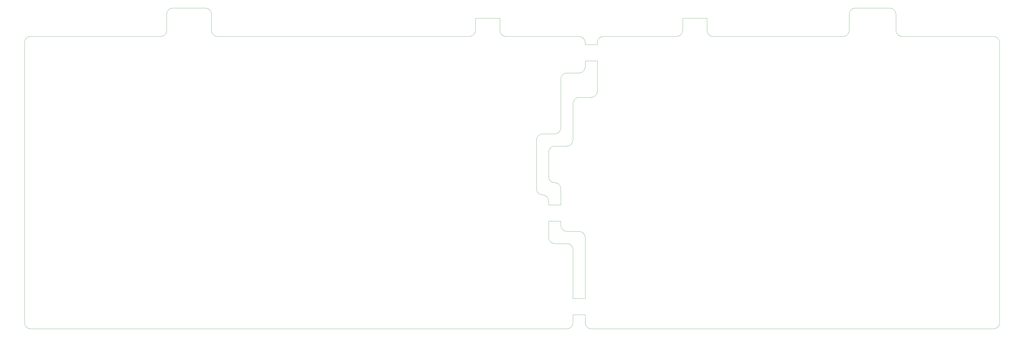
<source format=gbr>
%TF.GenerationSoftware,KiCad,Pcbnew,7.0.1*%
%TF.CreationDate,2023-05-04T08:54:13-07:00*%
%TF.ProjectId,split-kb,73706c69-742d-46b6-922e-6b696361645f,rev?*%
%TF.SameCoordinates,Original*%
%TF.FileFunction,Profile,NP*%
%FSLAX46Y46*%
G04 Gerber Fmt 4.6, Leading zero omitted, Abs format (unit mm)*
G04 Created by KiCad (PCBNEW 7.0.1) date 2023-05-04 08:54:13*
%MOMM*%
%LPD*%
G01*
G04 APERTURE LIST*
%TA.AperFunction,Profile*%
%ADD10C,0.100000*%
%TD*%
G04 APERTURE END LIST*
D10*
X347662500Y-193675000D02*
X357187500Y-193675000D01*
X295275050Y-279400000D02*
G75*
G03*
X297656250Y-281781250I2381250J0D01*
G01*
X297656250Y-243681250D02*
X302418750Y-243681250D01*
X92868750Y-200818700D02*
G75*
G03*
X90487500Y-203200000I50J-2381300D01*
G01*
X90487500Y-203200000D02*
X90487500Y-312737500D01*
X304800000Y-309562500D02*
X309562500Y-309562500D01*
X316706250Y-200818750D02*
X345281250Y-200818750D01*
X309562500Y-210343750D02*
X314325000Y-210343750D01*
X307181250Y-215106250D02*
X302418750Y-215106250D01*
X163512450Y-192087500D02*
G75*
G03*
X161131250Y-189706250I-2381250J0D01*
G01*
X295275000Y-273050000D02*
X300037500Y-273050000D01*
X469106250Y-315118800D02*
G75*
G03*
X471487500Y-312737500I-50J2381300D01*
G01*
X266700000Y-193675000D02*
X276225000Y-193675000D01*
X295275000Y-279400000D02*
X295275000Y-273050000D01*
X302418750Y-315118800D02*
G75*
G03*
X304800000Y-312737500I-50J2381300D01*
G01*
X92868750Y-200818750D02*
X143668750Y-200818750D01*
X415131250Y-189706200D02*
G75*
G03*
X412750000Y-192087500I50J-2381300D01*
G01*
X314325000Y-203993750D02*
X314325000Y-203200000D01*
X297656250Y-238918800D02*
G75*
G03*
X300037500Y-236537500I-50J2381300D01*
G01*
X309562500Y-303212500D02*
X309562500Y-279400000D01*
X307181250Y-224631250D02*
X311943750Y-224631250D01*
X295274950Y-265112500D02*
G75*
G03*
X292893750Y-262731250I-2381250J0D01*
G01*
X165893750Y-200818750D02*
X169068750Y-200818750D01*
X290512500Y-241300000D02*
X290512500Y-260350000D01*
X276225050Y-198437500D02*
G75*
G03*
X278606250Y-200818750I2381250J0D01*
G01*
X307181250Y-224631200D02*
G75*
G03*
X304800000Y-227012500I50J-2381300D01*
G01*
X300037450Y-260350000D02*
G75*
G03*
X297656250Y-257968750I-2381250J0D01*
G01*
X316706250Y-200818700D02*
G75*
G03*
X314325000Y-203200000I50J-2381300D01*
G01*
X471487450Y-203200000D02*
G75*
G03*
X469106250Y-200818750I-2381250J0D01*
G01*
X431006250Y-198437500D02*
G75*
G03*
X433387500Y-200818750I2381250J0D01*
G01*
X311943750Y-224631300D02*
G75*
G03*
X314325000Y-222250000I-50J2381300D01*
G01*
X276225000Y-193675000D02*
X276225000Y-198437500D01*
X163512500Y-192087500D02*
X163512500Y-198437500D01*
X304799950Y-284162500D02*
G75*
G03*
X302418750Y-281781250I-2381250J0D01*
G01*
X309562450Y-203200000D02*
G75*
G03*
X307181250Y-200818750I-2381250J0D01*
G01*
X359568750Y-200818750D02*
X410368750Y-200818750D01*
X410368750Y-200818800D02*
G75*
G03*
X412750000Y-198437500I-50J2381300D01*
G01*
X431006250Y-198437500D02*
X431006250Y-192087500D01*
X471487500Y-203200000D02*
X471487500Y-312737500D01*
X357187500Y-193675000D02*
X357187500Y-198437500D01*
X302418750Y-215106200D02*
G75*
G03*
X300037500Y-217487500I50J-2381300D01*
G01*
X290512550Y-260350000D02*
G75*
G03*
X292893750Y-262731250I2381250J0D01*
G01*
X309562500Y-203993750D02*
X314325000Y-203993750D01*
X428625000Y-189706250D02*
X415131250Y-189706250D01*
X148431250Y-189706200D02*
G75*
G03*
X146050000Y-192087500I50J-2381300D01*
G01*
X309562500Y-212725000D02*
X309562500Y-210343750D01*
X163512550Y-198437500D02*
G75*
G03*
X165893750Y-200818750I2381250J0D01*
G01*
X433387500Y-200818750D02*
X469106250Y-200818750D01*
X300037500Y-273050000D02*
X300037500Y-274637500D01*
X314325000Y-210343750D02*
X314325000Y-222250000D01*
X304800000Y-284162500D02*
X304800000Y-303212500D01*
X431006250Y-192087500D02*
G75*
G03*
X428625000Y-189706250I-2381250J0D01*
G01*
X295275050Y-255587500D02*
G75*
G03*
X297656250Y-257968750I2381250J0D01*
G01*
X347662500Y-198437500D02*
X347662500Y-193675000D01*
X412750000Y-192087500D02*
X412750000Y-198437500D01*
X143668750Y-200818800D02*
G75*
G03*
X146050000Y-198437500I-50J2381300D01*
G01*
X297656250Y-281781250D02*
X302418750Y-281781250D01*
X295275000Y-265112500D02*
X295275000Y-266700000D01*
X309562500Y-309562500D02*
X309562500Y-312737500D01*
X297656250Y-243681200D02*
G75*
G03*
X295275000Y-246062500I50J-2381300D01*
G01*
X357187550Y-198437500D02*
G75*
G03*
X359568750Y-200818750I2381250J0D01*
G01*
X345281250Y-200818800D02*
G75*
G03*
X347662500Y-198437500I-50J2381300D01*
G01*
X169068750Y-200818750D02*
X264318750Y-200818750D01*
X90487550Y-312737500D02*
G75*
G03*
X92868750Y-315118750I2381250J0D01*
G01*
X146050000Y-192087500D02*
X146050000Y-198437500D01*
X300037500Y-266700000D02*
X300037500Y-260350000D01*
X309562450Y-279400000D02*
G75*
G03*
X307181250Y-277018750I-2381250J0D01*
G01*
X92868750Y-315118750D02*
X302418750Y-315118750D01*
X300037550Y-274637500D02*
G75*
G03*
X302418750Y-277018750I2381250J0D01*
G01*
X295275000Y-266700000D02*
X300037500Y-266700000D01*
X295275000Y-255587500D02*
X295275000Y-246062500D01*
X469106250Y-315118750D02*
X311943750Y-315118750D01*
X300037500Y-217487500D02*
X300037500Y-236537500D01*
X278606250Y-200818750D02*
X307181250Y-200818750D01*
X302418750Y-243681300D02*
G75*
G03*
X304800000Y-241300000I-50J2381300D01*
G01*
X264318750Y-200818800D02*
G75*
G03*
X266700000Y-198437500I-50J2381300D01*
G01*
X292893750Y-238918750D02*
X297656250Y-238918750D01*
X309562500Y-203200000D02*
X309562500Y-203993750D01*
X148431250Y-189706250D02*
X161131250Y-189706250D01*
X307181250Y-215106300D02*
G75*
G03*
X309562500Y-212725000I-50J2381300D01*
G01*
X309562550Y-312737500D02*
G75*
G03*
X311943750Y-315118750I2381250J0D01*
G01*
X304800000Y-312737500D02*
X304800000Y-309562500D01*
X266700000Y-198437500D02*
X266700000Y-193675000D01*
X304800000Y-227012500D02*
X304800000Y-241300000D01*
X302418750Y-277018750D02*
X307181250Y-277018750D01*
X304800000Y-303212500D02*
X309562500Y-303212500D01*
X292893750Y-238918700D02*
G75*
G03*
X290512500Y-241300000I50J-2381300D01*
G01*
M02*

</source>
